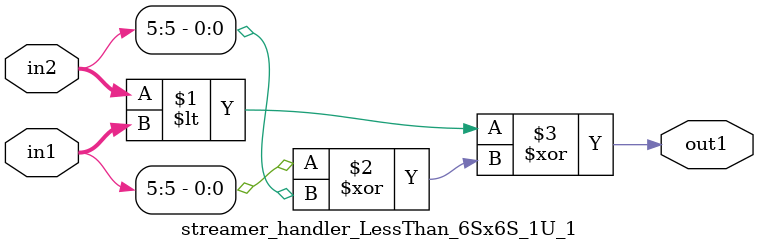
<source format=v>

`timescale 1ps / 1ps


module streamer_handler_LessThan_6Sx6S_1U_1( in2, in1, out1 );

    input [5:0] in2;
    input [5:0] in1;
    output out1;

    
    // rtl_process:streamer_handler_LessThan_6Sx6S_1U_1/streamer_handler_LessThan_6Sx6S_1U_1_thread_1
    assign out1 = (in2 < in1 ^ (in1[5] ^ in2[5]));

endmodule


</source>
